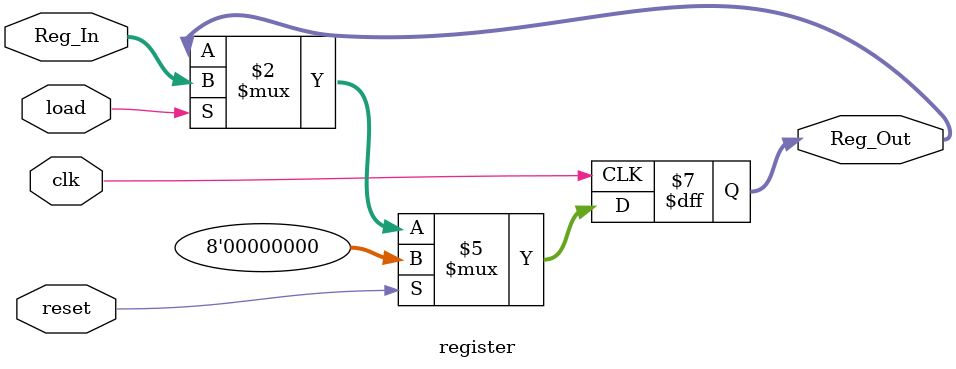
<source format=v>
`timescale 1ns/1ps

module register(
    
    output reg [7:0] Reg_Out, 
    input wire clk, load, reset,
    input wire [7:0] Reg_In
              
    );
  
  always @ (posedge clk)
  	
    begin: REGISTER	  	
  		
        if (reset)
            Reg_Out <= 8'b0;
        else
            if (load)
                Reg_Out <= Reg_In;
  	end
  
endmodule
</source>
